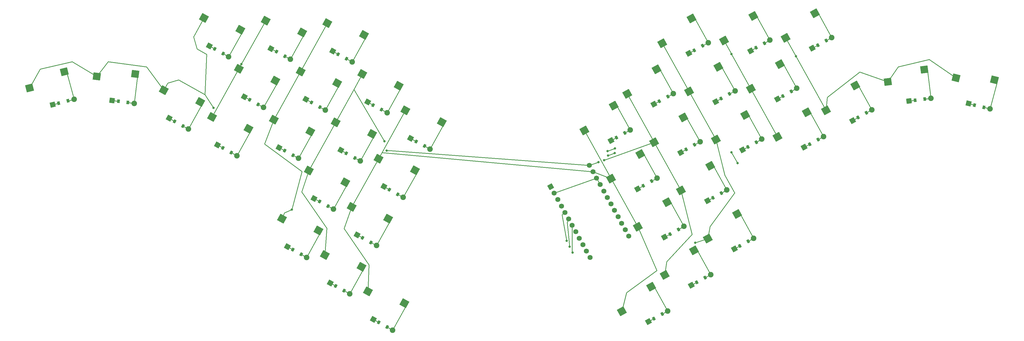
<source format=gbr>
%TF.GenerationSoftware,KiCad,Pcbnew,8.0.8-2.fc41*%
%TF.CreationDate,2025-01-20T23:34:32+01:00*%
%TF.ProjectId,laserraven_traced_and_silked_screws,6c617365-7272-4617-9665-6e5f74726163,1.0.0*%
%TF.SameCoordinates,Original*%
%TF.FileFunction,Copper,L2,Bot*%
%TF.FilePolarity,Positive*%
%FSLAX46Y46*%
G04 Gerber Fmt 4.6, Leading zero omitted, Abs format (unit mm)*
G04 Created by KiCad (PCBNEW 8.0.8-2.fc41) date 2025-01-20 23:34:32*
%MOMM*%
%LPD*%
G01*
G04 APERTURE LIST*
G04 Aperture macros list*
%AMRotRect*
0 Rectangle, with rotation*
0 The origin of the aperture is its center*
0 $1 length*
0 $2 width*
0 $3 Rotation angle, in degrees counterclockwise*
0 Add horizontal line*
21,1,$1,$2,0,0,$3*%
G04 Aperture macros list end*
%TA.AperFunction,SMDPad,CuDef*%
%ADD10RotRect,2.550000X2.500000X331.000000*%
%TD*%
%TA.AperFunction,ComponentPad*%
%ADD11RotRect,1.778000X1.778000X331.000000*%
%TD*%
%TA.AperFunction,SMDPad,CuDef*%
%ADD12RotRect,0.900000X1.200000X331.000000*%
%TD*%
%TA.AperFunction,ComponentPad*%
%ADD13C,1.905000*%
%TD*%
%TA.AperFunction,ComponentPad*%
%ADD14RotRect,1.778000X1.778000X29.000000*%
%TD*%
%TA.AperFunction,SMDPad,CuDef*%
%ADD15RotRect,0.900000X1.200000X29.000000*%
%TD*%
%TA.AperFunction,SMDPad,CuDef*%
%ADD16RotRect,2.550000X2.500000X29.000000*%
%TD*%
%TA.AperFunction,SMDPad,CuDef*%
%ADD17RotRect,2.550000X2.500000X14.000000*%
%TD*%
%TA.AperFunction,SMDPad,CuDef*%
%ADD18RotRect,2.550000X2.500000X7.500000*%
%TD*%
%TA.AperFunction,ComponentPad*%
%ADD19RotRect,1.778000X1.778000X352.500000*%
%TD*%
%TA.AperFunction,SMDPad,CuDef*%
%ADD20RotRect,0.900000X1.200000X352.500000*%
%TD*%
%TA.AperFunction,SMDPad,CuDef*%
%ADD21RotRect,2.550000X2.500000X346.000000*%
%TD*%
%TA.AperFunction,ComponentPad*%
%ADD22RotRect,1.778000X1.778000X14.000000*%
%TD*%
%TA.AperFunction,SMDPad,CuDef*%
%ADD23RotRect,0.900000X1.200000X14.000000*%
%TD*%
%TA.AperFunction,ComponentPad*%
%ADD24RotRect,1.752600X1.752600X299.000000*%
%TD*%
%TA.AperFunction,ComponentPad*%
%ADD25C,1.752600*%
%TD*%
%TA.AperFunction,SMDPad,CuDef*%
%ADD26RotRect,2.550000X2.500000X352.500000*%
%TD*%
%TA.AperFunction,ComponentPad*%
%ADD27RotRect,1.778000X1.778000X7.500000*%
%TD*%
%TA.AperFunction,SMDPad,CuDef*%
%ADD28RotRect,0.900000X1.200000X7.500000*%
%TD*%
%TA.AperFunction,ComponentPad*%
%ADD29RotRect,1.778000X1.778000X346.000000*%
%TD*%
%TA.AperFunction,SMDPad,CuDef*%
%ADD30RotRect,0.900000X1.200000X346.000000*%
%TD*%
%TA.AperFunction,ViaPad*%
%ADD31C,0.800000*%
%TD*%
%TA.AperFunction,Conductor*%
%ADD32C,0.250000*%
%TD*%
G04 APERTURE END LIST*
D10*
%TO.P,S12,1*%
%TO.N,P1*%
X156684203Y-139566678D03*
%TO.P,S12,2*%
%TO.N,index_top*%
X169221830Y-143612275D03*
%TD*%
D11*
%TO.P,D5,1*%
%TO.N,P14*%
X116070049Y-147398503D03*
D12*
X117959228Y-148445692D03*
%TO.P,D5,2*%
%TO.N,ring_home*%
X120845474Y-150045564D03*
D13*
X122734653Y-151092753D03*
%TD*%
D14*
%TO.P,D22,1*%
%TO.N,P7*%
X325192158Y-155590290D03*
D15*
X327081336Y-154543103D03*
%TO.P,D22,2*%
%TO.N,mirror_pinky_home*%
X329967582Y-152943225D03*
D13*
X331856760Y-151896038D03*
%TD*%
D14*
%TO.P,D33,1*%
%TO.N,P7*%
X251351963Y-179141602D03*
D15*
X253241141Y-178094415D03*
%TO.P,D33,2*%
%TO.N,mirror_inner_home*%
X256127387Y-176494537D03*
D13*
X258016565Y-175447350D03*
%TD*%
D10*
%TO.P,S3,1*%
%TO.N,P20*%
X88408119Y-145168082D03*
%TO.P,S3,2*%
%TO.N,pinky_home*%
X100945746Y-149213679D03*
%TD*%
D14*
%TO.P,D23,1*%
%TO.N,P8*%
X308574388Y-164801671D03*
D15*
X310463566Y-163754484D03*
%TO.P,D23,2*%
%TO.N,mirror_ring_bottom*%
X313349812Y-162154606D03*
D13*
X315238990Y-161107419D03*
%TD*%
D10*
%TO.P,S11,1*%
%TO.N,P1*%
X147472824Y-156184450D03*
%TO.P,S11,2*%
%TO.N,index_home*%
X160010451Y-160230047D03*
%TD*%
D16*
%TO.P,S23,1*%
%TO.N,P21*%
X299430686Y-161249218D03*
%TO.P,S23,2*%
%TO.N,mirror_ring_bottom*%
X309505479Y-152760549D03*
%TD*%
D10*
%TO.P,S5,1*%
%TO.N,P21*%
X114237278Y-137761693D03*
%TO.P,S5,2*%
%TO.N,ring_home*%
X126774905Y-141807290D03*
%TD*%
D11*
%TO.P,D17,1*%
%TO.N,P10*%
X130882835Y-199056818D03*
D12*
X132772014Y-200104007D03*
%TO.P,D17,2*%
%TO.N,out_thumb*%
X135658260Y-201703879D03*
D13*
X137547439Y-202751068D03*
%TD*%
D10*
%TO.P,S13,1*%
%TO.N,P0*%
X153036939Y-185337169D03*
%TO.P,S13,2*%
%TO.N,inner_bottom*%
X165574566Y-189382766D03*
%TD*%
D17*
%TO.P,S1,1*%
%TO.N,P20*%
X42280464Y-144333391D03*
%TO.P,S1,2*%
%TO.N,far_home*%
X54208994Y-138741517D03*
%TD*%
D11*
%TO.P,D19,1*%
%TO.N,P10*%
X160433829Y-224126693D03*
D12*
X162323008Y-225173882D03*
%TO.P,D19,2*%
%TO.N,in_thumb*%
X165209254Y-226773754D03*
D13*
X167098433Y-227820943D03*
%TD*%
D10*
%TO.P,S14,1*%
%TO.N,P0*%
X162248316Y-168719394D03*
%TO.P,S14,2*%
%TO.N,inner_home*%
X174785943Y-172764991D03*
%TD*%
D14*
%TO.P,D25,1*%
%TO.N,P6*%
X290151621Y-131566119D03*
D15*
X292040799Y-130518932D03*
%TO.P,D25,2*%
%TO.N,mirror_ring_top*%
X294927045Y-128919054D03*
D13*
X296816223Y-127871867D03*
%TD*%
D11*
%TO.P,D15,1*%
%TO.N,P15*%
X173292481Y-161738433D03*
D12*
X175181660Y-162785622D03*
%TO.P,D15,2*%
%TO.N,inner_top*%
X178067906Y-164385494D03*
D13*
X179957085Y-165432683D03*
%TD*%
D11*
%TO.P,D18,1*%
%TO.N,P10*%
X145658333Y-211591752D03*
D12*
X147547512Y-212638941D03*
%TO.P,D18,2*%
%TO.N,home_thumb*%
X150433758Y-214238813D03*
D13*
X152322937Y-215286002D03*
%TD*%
D14*
%TO.P,D31,1*%
%TO.N,P6*%
X256916079Y-149988889D03*
D15*
X258805257Y-148941702D03*
%TO.P,D31,2*%
%TO.N,mirror_index_top*%
X261691503Y-147341824D03*
D13*
X263580681Y-146294637D03*
%TD*%
D11*
%TO.P,D11,1*%
%TO.N,P14*%
X149305600Y-165821264D03*
D12*
X151194779Y-166868453D03*
%TO.P,D11,2*%
%TO.N,index_home*%
X154081025Y-168468325D03*
D13*
X155970204Y-169515514D03*
%TD*%
D14*
%TO.P,D26,1*%
%TO.N,P8*%
X287350922Y-165704165D03*
D15*
X289240100Y-164656978D03*
%TO.P,D26,2*%
%TO.N,mirror_middle_bottom*%
X292126346Y-163057100D03*
D13*
X294015524Y-162009913D03*
%TD*%
D16*
%TO.P,S27,1*%
%TO.N,P19*%
X268995838Y-145533943D03*
%TO.P,S27,2*%
%TO.N,mirror_middle_home*%
X279070631Y-137045274D03*
%TD*%
D10*
%TO.P,S9,1*%
%TO.N,P19*%
X144672121Y-122046417D03*
%TO.P,S9,2*%
%TO.N,middle_top*%
X157209748Y-126092014D03*
%TD*%
D16*
%TO.P,S37,1*%
%TO.N,P1*%
X260631023Y-208824699D03*
%TO.P,S37,2*%
%TO.N,mirror_home_thumb*%
X270705816Y-200336030D03*
%TD*%
D10*
%TO.P,S17,1*%
%TO.N,P19*%
X129050058Y-189420008D03*
%TO.P,S17,2*%
%TO.N,out_thumb*%
X141587685Y-193465605D03*
%TD*%
D14*
%TO.P,D27,1*%
%TO.N,P7*%
X278139539Y-149086392D03*
D15*
X280028717Y-148039205D03*
%TO.P,D27,2*%
%TO.N,mirror_middle_home*%
X282914963Y-146439327D03*
D13*
X284804141Y-145392140D03*
%TD*%
D14*
%TO.P,D32,1*%
%TO.N,P8*%
X260563342Y-195759372D03*
D15*
X262452520Y-194712185D03*
%TO.P,D32,2*%
%TO.N,mirror_inner_bottom*%
X265338766Y-193112307D03*
D13*
X267227944Y-192065120D03*
%TD*%
D10*
%TO.P,S7,1*%
%TO.N,P19*%
X126249360Y-155281963D03*
%TO.P,S7,2*%
%TO.N,middle_bottom*%
X138786987Y-159327560D03*
%TD*%
D16*
%TO.P,S33,1*%
%TO.N,P0*%
X242208257Y-175589147D03*
%TO.P,S33,2*%
%TO.N,mirror_inner_home*%
X252283050Y-167100478D03*
%TD*%
D18*
%TO.P,S21,1*%
%TO.N,P20*%
X337377641Y-142221494D03*
%TO.P,S21,2*%
%TO.N,mirror_mid_home*%
X349862513Y-138015910D03*
%TD*%
D16*
%TO.P,S22,1*%
%TO.N,P20*%
X316048460Y-152037836D03*
%TO.P,S22,2*%
%TO.N,mirror_pinky_home*%
X326123253Y-143549167D03*
%TD*%
D11*
%TO.P,D7,1*%
%TO.N,P16*%
X128082135Y-164918774D03*
D12*
X129971314Y-165965963D03*
%TO.P,D7,2*%
%TO.N,middle_bottom*%
X132857560Y-167565835D03*
D13*
X134746739Y-168613024D03*
%TD*%
D16*
%TO.P,S25,1*%
%TO.N,P21*%
X281007921Y-128013671D03*
%TO.P,S25,2*%
%TO.N,mirror_ring_top*%
X291082714Y-119525002D03*
%TD*%
D10*
%TO.P,S6,1*%
%TO.N,P21*%
X123448657Y-121143914D03*
%TO.P,S6,2*%
%TO.N,ring_top*%
X135986284Y-125189511D03*
%TD*%
D16*
%TO.P,S24,1*%
%TO.N,P21*%
X290219301Y-144631441D03*
%TO.P,S24,2*%
%TO.N,mirror_ring_home*%
X300294094Y-136142772D03*
%TD*%
D10*
%TO.P,S10,1*%
%TO.N,P1*%
X138261444Y-172802235D03*
%TO.P,S10,2*%
%TO.N,index_bottom*%
X150799071Y-176847832D03*
%TD*%
D19*
%TO.P,D2,1*%
%TO.N,P16*%
X70660677Y-148666478D03*
D20*
X72802196Y-148948417D03*
%TO.P,D2,2*%
%TO.N,mid_home*%
X76073968Y-149379149D03*
D13*
X78215487Y-149661088D03*
%TD*%
D16*
%TO.P,S29,1*%
%TO.N,P1*%
X266195137Y-179671985D03*
%TO.P,S29,2*%
%TO.N,mirror_index_bottom*%
X276269930Y-171183316D03*
%TD*%
D14*
%TO.P,D34,1*%
%TO.N,P6*%
X242140580Y-162523824D03*
D15*
X244029758Y-161476637D03*
%TO.P,D34,2*%
%TO.N,mirror_inner_top*%
X246916004Y-159876759D03*
D13*
X248805182Y-158829572D03*
%TD*%
D14*
%TO.P,D38,1*%
%TO.N,P9*%
X254999229Y-224912082D03*
D15*
X256888407Y-223864895D03*
%TO.P,D38,2*%
%TO.N,mirror_in_thumb*%
X259774653Y-222265017D03*
D13*
X261663831Y-221217830D03*
%TD*%
D21*
%TO.P,S20,1*%
%TO.N,P20*%
X360820386Y-140905363D03*
%TO.P,S20,2*%
%TO.N,mirror_far_home*%
X373977880Y-141568137D03*
%TD*%
D11*
%TO.P,D8,1*%
%TO.N,P14*%
X137293513Y-148300998D03*
D12*
X139182692Y-149348187D03*
%TO.P,D8,2*%
%TO.N,middle_home*%
X142068938Y-150948059D03*
D13*
X143958117Y-151995248D03*
%TD*%
D16*
%TO.P,S34,1*%
%TO.N,P0*%
X232996873Y-158971374D03*
%TO.P,S34,2*%
%TO.N,mirror_inner_top*%
X243071666Y-150482705D03*
%TD*%
D10*
%TO.P,S4,1*%
%TO.N,P21*%
X105025890Y-154379466D03*
%TO.P,S4,2*%
%TO.N,ring_bottom*%
X117563517Y-158425063D03*
%TD*%
D11*
%TO.P,D6,1*%
%TO.N,P15*%
X125281435Y-130780731D03*
D12*
X127170614Y-131827920D03*
%TO.P,D6,2*%
%TO.N,ring_top*%
X130056860Y-133427792D03*
D13*
X131946039Y-134474981D03*
%TD*%
D11*
%TO.P,D3,1*%
%TO.N,P14*%
X90240895Y-154804896D03*
D12*
X92130074Y-155852085D03*
%TO.P,D3,2*%
%TO.N,pinky_home*%
X95016320Y-157451957D03*
D13*
X96905499Y-158499146D03*
%TD*%
D16*
%TO.P,S32,1*%
%TO.N,P0*%
X251419641Y-192206920D03*
%TO.P,S32,2*%
%TO.N,mirror_inner_bottom*%
X261494434Y-183718251D03*
%TD*%
D10*
%TO.P,S16,1*%
%TO.N,P20*%
X102225194Y-120241422D03*
%TO.P,S16,2*%
%TO.N,ring_midtop*%
X114762821Y-124287019D03*
%TD*%
D14*
%TO.P,D36,1*%
%TO.N,P9*%
X284550224Y-199842213D03*
D15*
X286439402Y-198795026D03*
%TO.P,D36,2*%
%TO.N,mirror_out_thumb*%
X289325648Y-197195148D03*
D13*
X291214826Y-196147961D03*
%TD*%
D11*
%TO.P,D9,1*%
%TO.N,P15*%
X146504902Y-131683224D03*
D12*
X148394081Y-132730413D03*
%TO.P,D9,2*%
%TO.N,middle_top*%
X151280327Y-134330285D03*
D13*
X153169506Y-135377474D03*
%TD*%
D16*
%TO.P,S28,1*%
%TO.N,P19*%
X259784455Y-128916168D03*
%TO.P,S28,2*%
%TO.N,mirror_middle_top*%
X269859248Y-120427499D03*
%TD*%
D11*
%TO.P,D12,1*%
%TO.N,P15*%
X158516981Y-149203489D03*
D12*
X160406160Y-150250678D03*
%TO.P,D12,2*%
%TO.N,index_top*%
X163292406Y-151850550D03*
D13*
X165181585Y-152897739D03*
%TD*%
D11*
%TO.P,D16,1*%
%TO.N,P15*%
X104057969Y-129878234D03*
D12*
X105947148Y-130925423D03*
%TO.P,D16,2*%
%TO.N,ring_midtop*%
X108833394Y-132525295D03*
D13*
X110722573Y-133572484D03*
%TD*%
D11*
%TO.P,D13,1*%
%TO.N,P16*%
X154869716Y-194973975D03*
D12*
X156758895Y-196021164D03*
%TO.P,D13,2*%
%TO.N,inner_bottom*%
X159645141Y-197621036D03*
D13*
X161534320Y-198668225D03*
%TD*%
D14*
%TO.P,D24,1*%
%TO.N,P7*%
X299363006Y-148183896D03*
D15*
X301252184Y-147136709D03*
%TO.P,D24,2*%
%TO.N,mirror_ring_home*%
X304138430Y-145536831D03*
D13*
X306027608Y-144489644D03*
%TD*%
D16*
%TO.P,S26,1*%
%TO.N,P19*%
X278207222Y-162151714D03*
%TO.P,S26,2*%
%TO.N,mirror_middle_bottom*%
X288282015Y-153663045D03*
%TD*%
D10*
%TO.P,S19,1*%
%TO.N,P0*%
X158601058Y-214489884D03*
%TO.P,S19,2*%
%TO.N,in_thumb*%
X171138685Y-218535481D03*
%TD*%
D14*
%TO.P,D28,1*%
%TO.N,P6*%
X268928157Y-132468618D03*
D15*
X270817335Y-131421431D03*
%TO.P,D28,2*%
%TO.N,mirror_middle_top*%
X273703581Y-129821553D03*
D13*
X275592759Y-128774366D03*
%TD*%
D16*
%TO.P,S30,1*%
%TO.N,P1*%
X256983756Y-163054210D03*
%TO.P,S30,2*%
%TO.N,mirror_index_home*%
X267058549Y-154565541D03*
%TD*%
D22*
%TO.P,D1,1*%
%TO.N,P10*%
X50193164Y-150131367D03*
D23*
X52289001Y-149608815D03*
%TO.P,D1,2*%
%TO.N,far_home*%
X55490981Y-148810475D03*
D13*
X57586818Y-148287923D03*
%TD*%
D14*
%TO.P,D35,1*%
%TO.N,P6*%
X311375089Y-130663627D03*
D15*
X313264267Y-129616440D03*
%TO.P,D35,2*%
%TO.N,mirror_ring_midtop*%
X316150513Y-128016562D03*
D13*
X318039691Y-126969375D03*
%TD*%
D16*
%TO.P,S35,1*%
%TO.N,P20*%
X302231388Y-127111169D03*
%TO.P,S35,2*%
%TO.N,mirror_ring_midtop*%
X312306181Y-118622500D03*
%TD*%
D10*
%TO.P,S15,1*%
%TO.N,P0*%
X171459704Y-152101620D03*
%TO.P,S15,2*%
%TO.N,inner_top*%
X183997331Y-156147217D03*
%TD*%
D24*
%TO.P,MCU1,1*%
%TO.N,RAW*%
X221423463Y-178386551D03*
D25*
%TO.P,MCU1,2*%
%TO.N,GND*%
X222654880Y-180608086D03*
%TO.P,MCU1,3*%
%TO.N,RST*%
X223886295Y-182829619D03*
%TO.P,MCU1,4*%
%TO.N,VCC*%
X225117714Y-185051154D03*
%TO.P,MCU1,5*%
%TO.N,P21*%
X226349129Y-187272685D03*
%TO.P,MCU1,6*%
%TO.N,P20*%
X227580546Y-189494220D03*
%TO.P,MCU1,7*%
%TO.N,P19*%
X228811962Y-191715754D03*
%TO.P,MCU1,8*%
%TO.N,P18*%
X230043378Y-193937289D03*
%TO.P,MCU1,9*%
%TO.N,P15*%
X231274795Y-196158822D03*
%TO.P,MCU1,10*%
%TO.N,P14*%
X232506210Y-198380358D03*
%TO.P,MCU1,11*%
%TO.N,P16*%
X233737628Y-200601892D03*
%TO.P,MCU1,12*%
%TO.N,P10*%
X234969044Y-202823426D03*
%TO.P,MCU1,13*%
%TO.N,P1*%
X234752668Y-170998052D03*
%TO.P,MCU1,14*%
%TO.N,P0*%
X235984084Y-173219586D03*
%TO.P,MCU1,15*%
%TO.N,GND*%
X237215502Y-175441120D03*
%TO.P,MCU1,16*%
X238446917Y-177662656D03*
%TO.P,MCU1,17*%
%TO.N,P2*%
X239678334Y-179884189D03*
%TO.P,MCU1,18*%
%TO.N,P3*%
X240909750Y-182105724D03*
%TO.P,MCU1,19*%
%TO.N,P4*%
X242141166Y-184327258D03*
%TO.P,MCU1,20*%
%TO.N,P5*%
X243372583Y-186548793D03*
%TO.P,MCU1,21*%
%TO.N,P6*%
X244603998Y-188770324D03*
%TO.P,MCU1,22*%
%TO.N,P7*%
X245835417Y-190991859D03*
%TO.P,MCU1,23*%
%TO.N,P8*%
X247066832Y-193213392D03*
%TO.P,MCU1,24*%
%TO.N,P9*%
X248298249Y-195434927D03*
%TD*%
D26*
%TO.P,S2,1*%
%TO.N,P20*%
X65423528Y-140371936D03*
%TO.P,S2,2*%
%TO.N,mid_home*%
X78571473Y-139540979D03*
%TD*%
D11*
%TO.P,D10,1*%
%TO.N,P16*%
X140094219Y-182439047D03*
D12*
X141983398Y-183486236D03*
%TO.P,D10,2*%
%TO.N,index_bottom*%
X144869644Y-185086108D03*
D13*
X146758823Y-186133297D03*
%TD*%
D27*
%TO.P,D21,1*%
%TO.N,P8*%
X344583123Y-148877932D03*
D28*
X346724641Y-148595994D03*
%TO.P,D21,2*%
%TO.N,mirror_mid_home*%
X349996415Y-148165260D03*
D13*
X352137933Y-147883322D03*
%TD*%
D16*
%TO.P,S38,1*%
%TO.N,P0*%
X245855529Y-221359634D03*
%TO.P,S38,2*%
%TO.N,mirror_in_thumb*%
X255930322Y-212870965D03*
%TD*%
D10*
%TO.P,S8,1*%
%TO.N,P19*%
X135460740Y-138664187D03*
%TO.P,S8,2*%
%TO.N,middle_home*%
X147998367Y-142709784D03*
%TD*%
D16*
%TO.P,S31,1*%
%TO.N,P1*%
X247772370Y-146436436D03*
%TO.P,S31,2*%
%TO.N,mirror_index_top*%
X257847163Y-137947767D03*
%TD*%
D11*
%TO.P,D4,1*%
%TO.N,P16*%
X106858669Y-164016275D03*
D12*
X108747848Y-165063464D03*
%TO.P,D4,2*%
%TO.N,ring_bottom*%
X111634094Y-166663336D03*
D13*
X113523273Y-167710525D03*
%TD*%
D14*
%TO.P,D29,1*%
%TO.N,P8*%
X275338843Y-183224439D03*
D15*
X277228021Y-182177252D03*
%TO.P,D29,2*%
%TO.N,mirror_index_bottom*%
X280114267Y-180577374D03*
D13*
X282003445Y-179530187D03*
%TD*%
D14*
%TO.P,D37,1*%
%TO.N,P9*%
X269774728Y-212377146D03*
D15*
X271663906Y-211329959D03*
%TO.P,D37,2*%
%TO.N,mirror_home_thumb*%
X274550152Y-209730081D03*
D13*
X276439330Y-208682894D03*
%TD*%
D10*
%TO.P,S18,1*%
%TO.N,P1*%
X143825554Y-201954943D03*
%TO.P,S18,2*%
%TO.N,home_thumb*%
X156363181Y-206000540D03*
%TD*%
D11*
%TO.P,D14,1*%
%TO.N,P14*%
X164081096Y-178356202D03*
D12*
X165970275Y-179403391D03*
%TO.P,D14,2*%
%TO.N,inner_home*%
X168856521Y-181003263D03*
D13*
X170745700Y-182050452D03*
%TD*%
D29*
%TO.P,D20,1*%
%TO.N,P9*%
X365084899Y-149739452D03*
D30*
X367180737Y-150262004D03*
%TO.P,D20,2*%
%TO.N,mirror_far_home*%
X370382715Y-151060344D03*
D13*
X372478553Y-151582896D03*
%TD*%
D14*
%TO.P,D30,1*%
%TO.N,P7*%
X266127457Y-166606664D03*
D15*
X268016635Y-165559477D03*
%TO.P,D30,2*%
%TO.N,mirror_index_home*%
X270902881Y-163959599D03*
D13*
X272792059Y-162912412D03*
%TD*%
D16*
%TO.P,S36,1*%
%TO.N,P19*%
X275406520Y-196289758D03*
%TO.P,S36,2*%
%TO.N,mirror_out_thumb*%
X285481313Y-187801089D03*
%TD*%
D31*
%TO.N,P20*%
X243468733Y-166796782D03*
X227930943Y-199064595D03*
X305732255Y-133426903D03*
X241175722Y-167610475D03*
X105530944Y-151264594D03*
%TO.N,P21*%
X243489698Y-165184465D03*
X226930944Y-197064593D03*
X283557090Y-132684558D03*
X115118455Y-136171992D03*
X241021763Y-166095122D03*
%TO.N,P19*%
X228930944Y-201064594D03*
X271101543Y-197671169D03*
X132471918Y-186309160D03*
%TO.N,P1*%
X164268830Y-162773728D03*
X165029450Y-165939398D03*
X237871167Y-169899561D03*
X239814331Y-169279791D03*
%TO.N,P9*%
X283563693Y-166524182D03*
X285651630Y-170290920D03*
%TD*%
D32*
%TO.N,GND*%
X237215502Y-175441120D02*
X222654880Y-180608086D01*
X238446917Y-177662656D02*
X237215502Y-175441120D01*
%TO.N,P20*%
X102557340Y-146631487D02*
X105530944Y-151264594D01*
X69289678Y-135279713D02*
X82462048Y-137093180D01*
X316048460Y-152037838D02*
X316508355Y-147576643D01*
X227130944Y-190664595D02*
X227580545Y-189494220D01*
X89811692Y-142635972D02*
X88408121Y-145168083D01*
X340858819Y-137051681D02*
X351584219Y-134536558D01*
X99822783Y-130938105D02*
X103146338Y-132780381D01*
X56934930Y-135291490D02*
X65423527Y-140371936D01*
X327686451Y-138865146D02*
X337377641Y-142221492D01*
X102225197Y-120241421D02*
X98620353Y-126744731D01*
X337377641Y-142221492D02*
X340858819Y-137051681D01*
X227580545Y-189494220D02*
X227530944Y-189543820D01*
X103146338Y-132780381D02*
X102557340Y-146631487D01*
X93461297Y-141589466D02*
X89811692Y-142635972D01*
X45903569Y-137866197D02*
X56934930Y-135291490D01*
X227930943Y-199064595D02*
X227130944Y-190664595D01*
X65423527Y-140371936D02*
X69289678Y-135279713D01*
X351584219Y-134536558D02*
X360820387Y-140905364D01*
X82462048Y-137093180D02*
X88408121Y-145168083D01*
X243468733Y-166796782D02*
X241175722Y-167610475D01*
X316508355Y-147576643D02*
X327686451Y-138865146D01*
X305732255Y-133426903D02*
X316048461Y-152037829D01*
X102557340Y-146631487D02*
X93461297Y-141589466D01*
X98620353Y-126744731D02*
X99822783Y-130938105D01*
X42280463Y-144333393D02*
X45903569Y-137866197D01*
X302231387Y-127111169D02*
X305732255Y-133426903D01*
X316048461Y-152037829D02*
X316048457Y-152037838D01*
%TO.N,far_home*%
X55178915Y-139301505D02*
X57586821Y-148287922D01*
X54208999Y-138741517D02*
X55178915Y-139301505D01*
X57586821Y-148287922D02*
X55537150Y-148837130D01*
X55537150Y-148837130D02*
X55490982Y-148810474D01*
%TO.N,mid_home*%
X76090378Y-149400158D02*
X76073968Y-149379160D01*
X79337665Y-140521661D02*
X78215489Y-149661095D01*
X78215489Y-149661095D02*
X76090378Y-149400158D01*
X78571469Y-139540976D02*
X79337665Y-140521661D01*
%TO.N,pinky_home*%
X96905499Y-158499154D02*
X95016322Y-157451957D01*
X95016322Y-157451957D02*
X95016315Y-157451959D01*
X101323083Y-150529613D02*
X96905499Y-158499154D01*
X100945744Y-149213677D02*
X101323083Y-150529613D01*
%TO.N,P21*%
X115294041Y-135855230D02*
X105025892Y-154379462D01*
X105025892Y-154379462D02*
X105025893Y-154379460D01*
X226930944Y-197064593D02*
X225330944Y-188064593D01*
X241021763Y-166095122D02*
X243489698Y-165184465D01*
X281007921Y-128013674D02*
X283570709Y-132637062D01*
X283570709Y-132637062D02*
X283557090Y-132684558D01*
X225330944Y-188064593D02*
X226349128Y-187272685D01*
X123448658Y-121143912D02*
X115294041Y-135855230D01*
X283557090Y-132684558D02*
X283604586Y-132698178D01*
X283604586Y-132698178D02*
X299430686Y-161249218D01*
%TO.N,ring_bottom*%
X117940854Y-159740995D02*
X113523272Y-167710529D01*
X117563521Y-158425064D02*
X117940854Y-159740995D01*
X111634092Y-166663338D02*
X111634092Y-166663335D01*
X113523272Y-167710529D02*
X111634092Y-166663338D01*
%TO.N,ring_home*%
X127152238Y-143123216D02*
X122734656Y-151092752D01*
X120845475Y-150045564D02*
X122734656Y-151092752D01*
X126774905Y-141807291D02*
X127152238Y-143123216D01*
%TO.N,ring_top*%
X135986284Y-125189516D02*
X136363623Y-126505445D01*
X131946036Y-134474981D02*
X130056858Y-133427786D01*
X136363623Y-126505445D02*
X131946036Y-134474981D01*
X130056858Y-133427786D02*
X130056858Y-133427790D01*
%TO.N,P19*%
X228811962Y-200945611D02*
X228930944Y-201064594D01*
X126249362Y-155281961D02*
X123048328Y-163706599D01*
X278207221Y-162151713D02*
X278207221Y-162151713D01*
X228811962Y-191715756D02*
X228811962Y-200945611D01*
X144672121Y-122046414D02*
X126249359Y-155281958D01*
X276235261Y-192081451D02*
X275406519Y-196289758D01*
X132471918Y-186309160D02*
X135897698Y-173115828D01*
X129899116Y-187398411D02*
X132471918Y-186309160D01*
X259784457Y-128916166D02*
X278207221Y-162151713D01*
X275406519Y-196289758D02*
X271101543Y-197671169D01*
X284696462Y-180531209D02*
X276235261Y-192081451D01*
X281302793Y-174408871D02*
X284696462Y-180531209D01*
X129899116Y-187398411D02*
X129050061Y-189420009D01*
X126249359Y-155281958D02*
X126249362Y-155281961D01*
X123048328Y-163706599D02*
X135897698Y-173115828D01*
X278207222Y-162151714D02*
X281302793Y-174408871D01*
%TO.N,middle_bottom*%
X134746739Y-168613025D02*
X132857560Y-167565836D01*
X138786988Y-159327563D02*
X139164321Y-160643490D01*
X139164321Y-160643490D02*
X134746739Y-168613025D01*
X132857560Y-167565836D02*
X132857560Y-167565836D01*
%TO.N,middle_home*%
X142068944Y-150948057D02*
X142068944Y-150948057D01*
X143958118Y-151995245D02*
X142068944Y-150948057D01*
X148375705Y-144025715D02*
X143958118Y-151995245D01*
X147998365Y-142709782D02*
X148375705Y-144025715D01*
%TO.N,middle_top*%
X153169501Y-135377478D02*
X151280328Y-134330286D01*
X157209749Y-126092012D02*
X157587090Y-127407941D01*
X151280328Y-134330286D02*
X151280328Y-134330281D01*
X157587090Y-127407941D02*
X153169501Y-135377478D01*
%TO.N,P1*%
X166369880Y-165996397D02*
X165029450Y-165939398D01*
X156684203Y-139566679D02*
X153765532Y-144832102D01*
X239814331Y-169279791D02*
X256983757Y-163054209D01*
X144463709Y-192727646D02*
X135865586Y-180186823D01*
X138261440Y-172802219D02*
X138261444Y-172802235D01*
X143825554Y-201954941D02*
X144463709Y-192727646D01*
X237871167Y-169899561D02*
X234752665Y-170998052D01*
X247772370Y-146436436D02*
X266195136Y-179671985D01*
X261265841Y-204266541D02*
X260631022Y-208824697D01*
X266195136Y-179671985D02*
X269996964Y-194853387D01*
X135865586Y-180186823D02*
X138261444Y-172802235D01*
X153765532Y-144832102D02*
X164268830Y-162773728D01*
X153765532Y-144832102D02*
X138261440Y-172802219D01*
X269996964Y-194853387D02*
X261265841Y-204266541D01*
X234752665Y-170998052D02*
X166369880Y-165996397D01*
X266195136Y-179671985D02*
X266195138Y-179671984D01*
%TO.N,index_bottom*%
X150799070Y-176847831D02*
X151176406Y-178163765D01*
X144869644Y-185086102D02*
X144869644Y-185086102D01*
X146758823Y-186133298D02*
X144869644Y-185086102D01*
X151176406Y-178163765D02*
X146758823Y-186133298D01*
%TO.N,index_home*%
X154081025Y-168468328D02*
X154081023Y-168468329D01*
X160387791Y-161545982D02*
X155970204Y-169515516D01*
X160010456Y-160230059D02*
X160387791Y-161545982D01*
X155970204Y-169515516D02*
X154081025Y-168468328D01*
%TO.N,index_top*%
X169221835Y-143612281D02*
X169599169Y-144928209D01*
X163292410Y-151850552D02*
X163292407Y-151850552D01*
X169599169Y-144928209D02*
X165181586Y-152897741D01*
X165181586Y-152897741D02*
X163292410Y-151850552D01*
%TO.N,P0*%
X150369200Y-192799724D02*
X153036940Y-185337166D01*
X232996874Y-158971375D02*
X251419636Y-192206921D01*
X245855529Y-221359635D02*
X247482887Y-214879280D01*
X158967322Y-205340549D02*
X150369200Y-192799724D01*
X251419641Y-192206920D02*
X257902325Y-207274323D01*
X171459706Y-152101620D02*
X163402054Y-166638015D01*
X235984083Y-173219589D02*
X163402054Y-166638015D01*
X163402054Y-166638015D02*
X153036940Y-185337166D01*
X158601061Y-214489882D02*
X158967322Y-205340549D01*
X257902325Y-207274323D02*
X247482887Y-214879280D01*
X171459706Y-152101616D02*
X171459706Y-152101620D01*
X242208256Y-175589148D02*
X235984083Y-173219589D01*
%TO.N,inner_bottom*%
X165574569Y-189382766D02*
X165951901Y-190698698D01*
X161534320Y-198668235D02*
X159645143Y-197621040D01*
X159645143Y-197621040D02*
X159645141Y-197621039D01*
X165951901Y-190698698D02*
X161534320Y-198668235D01*
%TO.N,inner_home*%
X168856520Y-181003266D02*
X168856521Y-181003264D01*
X175163286Y-174080923D02*
X170745698Y-182050455D01*
X170745698Y-182050455D02*
X168856520Y-181003266D01*
X174785948Y-172764989D02*
X175163286Y-174080923D01*
%TO.N,inner_top*%
X184374664Y-157463146D02*
X179957081Y-165432686D01*
X179957081Y-165432686D02*
X178067903Y-164385493D01*
X178067903Y-164385493D02*
X178067905Y-164385489D01*
X183997335Y-156147217D02*
X184374664Y-157463146D01*
%TO.N,ring_midtop*%
X108833390Y-132525293D02*
X108833391Y-132525293D01*
X110722572Y-133572483D02*
X108833390Y-132525293D01*
X115140158Y-125602945D02*
X110722572Y-133572483D01*
X114762819Y-124287021D02*
X115140158Y-125602945D01*
%TO.N,out_thumb*%
X135658262Y-201703881D02*
X135658260Y-201703877D01*
X141965023Y-194781533D02*
X137547441Y-202751064D01*
X137547441Y-202751064D02*
X135658262Y-201703881D01*
X141587683Y-193465605D02*
X141965023Y-194781533D01*
%TO.N,home_thumb*%
X156740521Y-207316472D02*
X152322939Y-215286006D01*
X156363185Y-206000543D02*
X156740521Y-207316472D01*
X150433755Y-214238818D02*
X150433756Y-214238822D01*
X152322939Y-215286006D02*
X150433755Y-214238818D01*
%TO.N,in_thumb*%
X171516019Y-219851409D02*
X167098432Y-227820946D01*
X167098432Y-227820946D02*
X165209256Y-226773753D01*
X165209256Y-226773753D02*
X165209258Y-226773753D01*
X171138678Y-218535482D02*
X171516019Y-219851409D01*
%TO.N,mirror_far_home*%
X374786651Y-142968966D02*
X372478553Y-151582895D01*
X370428887Y-151033690D02*
X370382717Y-151060343D01*
X373977881Y-141568137D02*
X374786651Y-142968966D01*
X372478553Y-151582895D02*
X370428887Y-151033690D01*
%TO.N,mirror_mid_home*%
X349862512Y-138015908D02*
X351039250Y-138935277D01*
X350012828Y-148144252D02*
X349996414Y-148165262D01*
X351039250Y-138935277D02*
X352137932Y-147883321D01*
X352137932Y-147883321D02*
X350012828Y-148144252D01*
%TO.N,mirror_pinky_home*%
X329967582Y-152943223D02*
X331856761Y-151896036D01*
X327439182Y-143926500D02*
X331856769Y-151896033D01*
X326123254Y-143549164D02*
X327439182Y-143926500D01*
%TO.N,mirror_ring_bottom*%
X309505479Y-152760546D02*
X309513451Y-152756127D01*
X313349811Y-162154604D02*
X315238988Y-161107418D01*
X309505479Y-152760546D02*
X310821403Y-153137883D01*
X309513451Y-152756127D02*
X310966436Y-153172762D01*
X310821403Y-153137883D02*
X315238994Y-161107420D01*
%TO.N,mirror_ring_home*%
X301610021Y-136520110D02*
X306027611Y-144489650D01*
X300294097Y-136142773D02*
X301610021Y-136520110D01*
X304138426Y-145536832D02*
X304138430Y-145536834D01*
X306027611Y-144489650D02*
X304138426Y-145536832D01*
%TO.N,mirror_ring_top*%
X291082710Y-119524998D02*
X292398645Y-119902337D01*
X296816222Y-127871874D02*
X294927049Y-128919060D01*
X292398645Y-119902337D02*
X296816222Y-127871874D01*
X294927049Y-128919060D02*
X294927049Y-128919061D01*
%TO.N,mirror_middle_bottom*%
X288282014Y-153663046D02*
X289597943Y-154040384D01*
X292126346Y-163057102D02*
X292126345Y-163057109D01*
X289597943Y-154040384D02*
X294015528Y-162009917D01*
X294015528Y-162009917D02*
X292126346Y-163057102D01*
%TO.N,mirror_middle_home*%
X284804145Y-145392140D02*
X282914963Y-146439328D01*
X280386558Y-137422605D02*
X284804145Y-145392140D01*
X282914963Y-146439328D02*
X282914963Y-146439328D01*
X279070628Y-137045268D02*
X280386558Y-137422605D01*
%TO.N,mirror_middle_top*%
X273703582Y-129821552D02*
X273703582Y-129821552D01*
X275592757Y-128774366D02*
X273703582Y-129821552D01*
X269859252Y-120427495D02*
X271175177Y-120804834D01*
X271175177Y-120804834D02*
X275592757Y-128774366D01*
%TO.N,mirror_index_bottom*%
X276269930Y-171183320D02*
X277585861Y-171560648D01*
X282003448Y-179530182D02*
X280114265Y-180577372D01*
X277585861Y-171560648D02*
X282003448Y-179530182D01*
X280114265Y-180577372D02*
X280114269Y-180577373D01*
%TO.N,mirror_index_home*%
X272792061Y-162912410D02*
X270902876Y-163959601D01*
X268374475Y-154942871D02*
X272792061Y-162912410D01*
X270902876Y-163959601D02*
X270902876Y-163959601D01*
X267058548Y-154565538D02*
X268374475Y-154942871D01*
%TO.N,mirror_index_top*%
X261691495Y-147341823D02*
X261691499Y-147341830D01*
X259163096Y-138325104D02*
X263580679Y-146294631D01*
X257847165Y-137947766D02*
X259163096Y-138325104D01*
X263580679Y-146294631D02*
X261691495Y-147341823D01*
%TO.N,mirror_inner_bottom*%
X261494432Y-183718246D02*
X262810364Y-184095584D01*
X265338769Y-193112311D02*
X265338764Y-193112313D01*
X267227946Y-192065123D02*
X265338769Y-193112311D01*
X262810364Y-184095584D02*
X267227946Y-192065123D01*
%TO.N,mirror_inner_home*%
X256127387Y-176494534D02*
X256127382Y-176494540D01*
X252283049Y-167100477D02*
X253598976Y-167477815D01*
X253598976Y-167477815D02*
X258016564Y-175447349D01*
X258016564Y-175447349D02*
X256127387Y-176494534D01*
%TO.N,mirror_inner_top*%
X246916001Y-159876759D02*
X246916000Y-159876764D01*
X243071671Y-150482709D02*
X244387594Y-150860042D01*
X244387594Y-150860042D02*
X248805180Y-158829574D01*
X248805180Y-158829574D02*
X246916001Y-159876759D01*
%TO.N,mirror_ring_midtop*%
X312306182Y-118622506D02*
X313622109Y-118999841D01*
X318039693Y-126969377D02*
X318039692Y-126969377D01*
X318039692Y-126969377D02*
X316150514Y-128016565D01*
X313622109Y-118999841D02*
X318039693Y-126969377D01*
%TO.N,mirror_out_thumb*%
X291214827Y-196147958D02*
X289325642Y-197195149D01*
X289325642Y-197195149D02*
X289325648Y-197195154D01*
X285481310Y-187801084D02*
X286797241Y-188178423D01*
X286797241Y-188178423D02*
X291214827Y-196147958D01*
%TO.N,mirror_home_thumb*%
X274550146Y-209730082D02*
X274550148Y-209730086D01*
X270705814Y-200336031D02*
X272021746Y-200713361D01*
X276439327Y-208682896D02*
X274550146Y-209730082D01*
X272021746Y-200713361D02*
X276439327Y-208682896D01*
%TO.N,mirror_in_thumb*%
X259774650Y-222265022D02*
X259774650Y-222265022D01*
X257246244Y-213248302D02*
X261663827Y-221217836D01*
X255930316Y-212870969D02*
X257246244Y-213248302D01*
X261663827Y-221217836D02*
X259774650Y-222265022D01*
%TO.N,P10*%
X147547509Y-212638943D02*
X145658332Y-211591756D01*
X145658332Y-211591756D02*
X145658332Y-211591756D01*
X50239331Y-150158023D02*
X50193165Y-150131368D01*
X162323009Y-225173881D02*
X160433831Y-224126694D01*
X130882833Y-199056818D02*
X130882833Y-199056818D01*
X52289001Y-149608811D02*
X50239331Y-150158023D01*
X132772012Y-200104009D02*
X130882833Y-199056818D01*
X160433831Y-224126694D02*
X160433828Y-224126691D01*
%TO.N,P16*%
X70677091Y-148687489D02*
X70660674Y-148666482D01*
X108747846Y-165063468D02*
X106858665Y-164016277D01*
X72802194Y-148948415D02*
X70677091Y-148687489D01*
X154869716Y-194973978D02*
X154869716Y-194973978D01*
X129971318Y-165965961D02*
X128082137Y-164918774D01*
X140094221Y-182439049D02*
X140094217Y-182439043D01*
X128082137Y-164918774D02*
X128082132Y-164918775D01*
X141983397Y-183486234D02*
X140094221Y-182439049D01*
X106858665Y-164016277D02*
X106858669Y-164016279D01*
X156758896Y-196021169D02*
X154869716Y-194973978D01*
%TO.N,P14*%
X164081097Y-178356205D02*
X164081095Y-178356203D01*
X117959230Y-148445691D02*
X116070050Y-147398503D01*
X165970274Y-179403399D02*
X164081097Y-178356205D01*
X149305601Y-165821266D02*
X149305601Y-165821266D01*
X92130073Y-155852082D02*
X90240891Y-154804898D01*
X151194780Y-166868457D02*
X149305601Y-165821266D01*
X139182697Y-149348181D02*
X137293521Y-148300999D01*
X137293521Y-148300999D02*
X137293517Y-148300994D01*
X90240891Y-154804898D02*
X90240891Y-154804891D01*
%TO.N,P15*%
X146504901Y-131683226D02*
X146504900Y-131683220D01*
X175181659Y-162785623D02*
X173292480Y-161738431D01*
X127170609Y-131827919D02*
X125281434Y-130780726D01*
X160406159Y-150250682D02*
X158516980Y-149203489D01*
X104057969Y-129878233D02*
X104057969Y-129878233D01*
X148394081Y-132730409D02*
X146504901Y-131683226D01*
X125281434Y-130780726D02*
X125281434Y-130780726D01*
X105947149Y-130925420D02*
X104057969Y-129878233D01*
X173292480Y-161738431D02*
X173292477Y-161738434D01*
X158516980Y-149203489D02*
X158516980Y-149203489D01*
%TO.N,P9*%
X284550224Y-199842208D02*
X284550227Y-199842210D01*
X286439398Y-198795021D02*
X284550224Y-199842208D01*
X367180736Y-150262006D02*
X365131065Y-149712798D01*
X269774726Y-212377146D02*
X269774728Y-212377152D01*
X254999221Y-224912083D02*
X254999226Y-224912088D01*
X256888407Y-223864896D02*
X254999221Y-224912083D01*
X365131065Y-149712798D02*
X365084899Y-149739451D01*
X271663899Y-211329959D02*
X269774726Y-212377146D01*
X283563693Y-166524182D02*
X285651630Y-170290920D01*
%TO.N,P8*%
X277228020Y-182177246D02*
X275338842Y-183224434D01*
X260563347Y-195759371D02*
X260563339Y-195759371D01*
X262452519Y-194712185D02*
X260563347Y-195759371D01*
X346724645Y-148595994D02*
X344599537Y-148856925D01*
X310463565Y-163754484D02*
X308574386Y-164801670D01*
X344583122Y-148877933D02*
X346724640Y-148595990D01*
X275338842Y-183224434D02*
X275338841Y-183224435D01*
X287350926Y-165704165D02*
X287350923Y-165704165D01*
X344599537Y-148856925D02*
X344583125Y-148877934D01*
X289240103Y-164656981D02*
X287350926Y-165704165D01*
%TO.N,P7*%
X327081338Y-154543103D02*
X325192158Y-155590287D01*
X266127457Y-166606659D02*
X266127456Y-166606663D01*
X253241137Y-178094407D02*
X251351957Y-179141599D01*
X278139541Y-149086392D02*
X278139542Y-149086393D01*
X299363004Y-148183895D02*
X301252182Y-147136708D01*
X268016638Y-165559473D02*
X266127457Y-166606659D01*
X251351957Y-179141599D02*
X251351957Y-179141599D01*
X301252182Y-147136708D02*
X301252182Y-147136708D01*
X280028715Y-148039203D02*
X278139541Y-149086392D01*
%TO.N,P6*%
X290151621Y-131566116D02*
X290151624Y-131566121D01*
X311375089Y-130663624D02*
X311375089Y-130663627D01*
X270817335Y-131421427D02*
X268928159Y-132468612D01*
X242140579Y-162523822D02*
X242140579Y-162523822D01*
X268928159Y-132468612D02*
X268928160Y-132468619D01*
X258805250Y-148941693D02*
X256916072Y-149988884D01*
X292040804Y-130518927D02*
X290151621Y-131566116D01*
X244029752Y-161476635D02*
X242140579Y-162523822D01*
X256916072Y-149988884D02*
X256916072Y-149988889D01*
X313264268Y-129616438D02*
X311375089Y-130663624D01*
%TD*%
M02*

</source>
